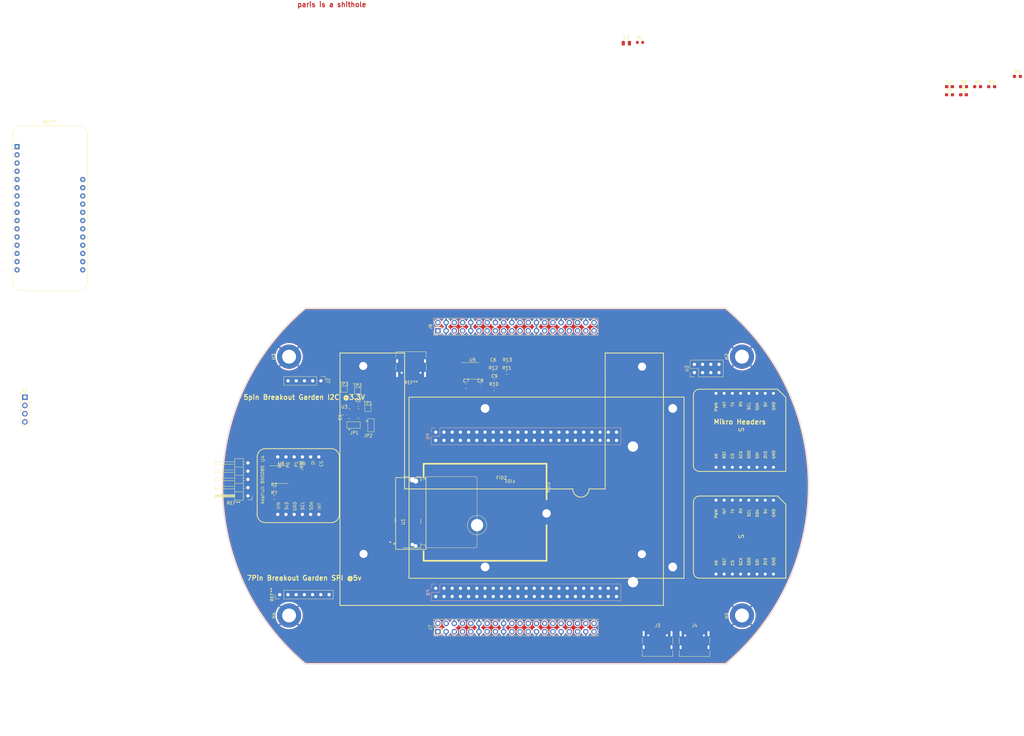
<source format=kicad_pcb>
(kicad_pcb (version 20211014) (generator pcbnew)
  (layers (0 "F.Cu" signal) (31 "B.Cu" signal) (34 "B.Paste" user) (35 "F.Paste" user) (36 "B.SilkS" user "B.Silkscreen") (37 "F.SilkS" user "F.Silkscreen") (38 "B.Mask" user) (39 "F.Mask" user) (44 "Edge.Cuts" user))
  (net 0 "")
  (net 1 "GND")
  (net 2 "SCL")
  (net 3 "SDA")
  (net 4 "+3V3")
  (net 9 "/yellow_2")
  (net 10 "/Green_2")
  (net 12 "/Ultra_sound_Sig")
  (net 13 "/Ultra_sound_Trig")
  (net 17 "/yellow_1")
  (net 19 "/Green_1")
  (net 20 "STBY_1")
  (net 21 "/MMC1.DAT[6]")
  (net 22 "/MMC1.DAT[7]")
  (net 23 "BIN1_1")
  (net 24 "PWMA_1")
  (net 25 "BIN2_1")
  (net 26 "AIN2_1")
  (net 27 "AIN1_1")
  (net 28 "PWMB_1")
  (net 30 "PWMB_2")
  (net 31 "BIN2_2")
  (net 32 "BIN1_2")
  (net 33 "STBY_2")
  (net 34 "AIN1_2")
  (net 35 "AIN2_2")
  (net 36 "PWMA_2")
  (net 37 "+5V")
  (net 44 "/yellow_4")
  (net 46 "/Green_4")
  (net 48 "/MMC1.DAT[2]")
  (net 49 "/MMC1.DAT[3]")
  (net 51 "/yellow_3")
  (net 53 "/Green_3")
  (net 54 "/GPIO[66]")
  (net 56 "/GPIO[67]")
  (net 57 "/GPIO[69]")
  (net 59 "/GPIO[68]")
  (net 65 "/GPIO[45]")
  (net 67 "/GPIO[44]")
  (net 69 "/GPIO[23]")
  (net 83 "/GPIO[26]")
  (net 84 "/GPIO[47]")
  (net 85 "/GPIO[46]")
  (net 86 "/GPIO[27]")
  (net 87 "/GPIO[65]")
  (net 88 "/GPIO[22]")
  (net 89 "/MMC1.CMD")
  (net 90 "/MMC1.CLK")
  (net 91 "/MMC1.DAT[5]")
  (net 92 "/MMC1.DAT[4]")
  (net 93 "/MMC1.DAT[1]")
  (net 94 "/MMC1.DAT[0]")
  (net 95 "/LCD.PCLK")
  (net 96 "/LCD.VSYNC")
  (net 97 "/GPIO[61]")
  (net 98 "/LCD.HSYNC")
  (net 99 "/LCD.AC_BIAS_E")
  (net 100 "/LCD.DATA[14]")
  (net 101 "/LCD.DATA[15]")
  (net 102 "/LCD.DATA[13]")
  (net 103 "/LCD.DATA[11]")
  (net 105 "/LCD.DATA[8]")
  (net 107 "/LCD.DATA[10]")
  (net 109 "/LCD.DATA[6]")
  (net 111 "/LCD.DATA[9]")
  (net 113 "/LCD.DATA[4]")
  (net 115 "/LCD.DATA[7]")
  (net 117 "/LCD.DATA[2]")
  (net 118 "/LCD.DATA[5]")
  (net 119 "INT")
  (net 122 "Net-(TP1-Pad1)")
  (net 123 "Net-(TP2-Pad1)")
  (net 124 "Net-(TP3-Pad1)")
  (net 133 "/INT_1")
  (net 134 "/INT_2")
  (net 135 "Net-(JP1-Pad2)")
  (net 136 "/LCD.DATA[0]")
  (net 137 "Net-(C5-Pad1)")
  (net 138 "VBUS")
  (net 139 "/cc1")
  (net 140 "D+")
  (net 141 "D-")
  (net 143 "/cc2")
  (net 145 "D2+")
  (net 146 "D2-")
  (net 150 "Net-(JP2-Pad2)")
  (net 151 "Net-(R2-Pad2)")
  (net 152 "Net-(R7-Pad2)")
  (net 153 "Net-(R8-Pad1)")
  (net 161 "/LCD.DATA[3]")
  (net 162 "/LCD.DATA[1]")
  (net 163 "/PWR_BUT")
  (net 164 "/~{SYS_RESET}")
  (net 165 "/GPIO[30]")
  (net 166 "/GPIO[60]")
  (net 167 "/GPIO[31]")
  (net 168 "/GPIO[40]")
  (net 169 "/GPIO[48]")
  (net 170 "/GPIO[51]")
  (net 171 "/GPIO[4]")
  (net 172 "/GPIO[5]")
  (net 173 "/I2C2.SCL")
  (net 174 "/I2C2.SDA")
  (net 175 "/GPIO[3]")
  (net 176 "/GPIO[2]")
  (net 177 "/GPIO[49]")
  (net 178 "/GPIO[15]")
  (net 179 "/GPIO[117]")
  (net 180 "/GPIO[14]")
  (net 181 "/GPIO[125]")
  (net 182 "/SPI1.CS0")
  (net 183 "/SPI1.D0")
  (net 184 "/GPIO[122]")
  (net 185 "/SPI1.SCLK")
  (net 186 "+1V8")
  (net 187 "/AIN4")
  (net 188 "/AIN6")
  (net 189 "/AIN5")
  (net 190 "/AIN2")
  (net 191 "/AIN3")
  (net 192 "/AIN0")
  (net 193 "/AIN1")
  (net 194 "/GPIO[20]")
  (net 195 "/GPIO[7]")
  (net 196 "/CAN_H")
  (net 197 "/CAN_L")
  (net 198 "/CAN_RX")
  (net 199 "/CAN_TX")
  (net 200 "/CAN_STB")
  (footprint "Z_mycustom_footprint_lib:SparkFun-micromod-footprint" (layer "F.Cu") (at 95.4105 101.575 90)
    (fp_text reference "U1")
    (fp_text value "SparkFun-micromod")
  )
  (footprint "Connector_PinHeader_2.54mm:PinHeader_1x05_P2.54mm_Vertical" (layer "F.Cu") (at 68.635 60.96 -90)
    (fp_text reference "J2")
    (fp_text value "Conn_01x05")
  )
  (footprint "Connector_PinHeader_2.54mm:PinHeader_2x20_P2.54mm_Vertical" (layer "F.Cu") (at 104.8 45.5 90)
    (fp_text reference "J6")
    (fp_text value "left")
  )
  (footprint "digikey-footprints:VFLGA-16_3x3mm" (layer "F.Cu") (at 78.74 71.12)
    (fp_text reference "U3")
    (fp_text value "LIS3DHTR")
  )
  (footprint "Capacitor_SMD:C_0603_1608Metric_Pad1.08x0.95mm_HandSolder" (layer "F.Cu") (at 262.94 -29.97)
    (fp_text reference "C4")
    (fp_text value "100n")
  )
  (footprint "Connector_PinHeader_2.54mm:PinHeader_2x04_P2.54mm_Vertical" (layer "F.Cu") (at 184.079818 58.42 90)
    (fp_text reference "U2")
    (fp_text value "ESP-01-WIFI")
  )
  (footprint "Z_mycustom_footprint_lib:AI-64" (layer "F.Cu") (at 127 91.44 180)
    (fp_text reference "FID1")
    (fp_text value "Fiducial")
  )
  (footprint "Connector_PinHeader_2.54mm:PinHeader_1x04_P2.54mm_Vertical" (layer "F.Cu") (at -22.86 66.04)
    (fp_text reference "J1")
    (fp_text value " Ultrasonic Ranging")
  )
  (footprint "Resistor_SMD:R_0603_1608Metric_Pad0.98x0.95mm_HandSolder" (layer "F.Cu") (at 54.18 97.03)
    (fp_text reference "R7")
    (fp_text value "1k")
  )
  (footprint "Connector_PinHeader_2.54mm:PinHeader_2x20_P2.54mm_Vertical" (layer "F.Cu") (at 104.8 138.5 90)
    (fp_text reference "J7")
    (fp_text value "right")
  )
  (footprint "Capacitor_SMD:C_0603_1608Metric" (layer "F.Cu") (at 76.04 71.52 -90)
    (fp_text reference "C1")
    (fp_text value "100n")
  )
  (footprint "Jumper:SolderJumper-3_P1.3mm_Bridged12_Pad1.0x1.5mm" (layer "F.Cu") (at 78.74 74.62)
    (fp_text reference "JP1")
    (fp_text value "set")
  )
  (footprint "Connector_USB:USB_C_Receptacle_HRO_TYPE-C-31-M-12" (layer "F.Cu") (at 96.52 55.88 180)
    (fp_text reference "REF**")
    (fp_text value "USB_C_Receptacle_HRO_TYPE-C-31-M-12")
  )
  (footprint "Capacitor_SMD:C_0603_1608Metric_Pad1.08x0.95mm_HandSolder" (layer "F.Cu") (at 122.27 60.93)
    (fp_text reference "C9")
    (fp_text value "100n")
  )
  (footprint "MountingHole:MountingHole_4.3mm_M4_DIN965_Pad_TopBottom" (layer "F.Cu") (at 58.8 53.5 90)
    (fp_text reference "H3")
    (fp_text value "Hole")
  )
  (footprint "clipboard:59991624-16fe-4338-965a-cadb35774389" (layer "F.Cu") (at 119.393 86.6 90)
    (fp_text reference "")
    (fp_text value "")
  )
  (footprint "Capacitor_SMD:C_0805_2012Metric" (layer "F.Cu") (at 163.05 -43.4)
    (fp_text reference "C3")
    (fp_text value "22u")
  )
  (footprint "Resistor_SMD:R_0603_1608Metric" (layer "F.Cu") (at 122.1 63.44)
    (fp_text reference "R10")
    (fp_text value "10k")
  )
  (footprint "clipboard:0e790692-d2c4-4edd-a5fc-d9b2ca1ca32a" (layer "F.Cu") (at 212.346 96.5815 90)
    (fp_text reference "")
    (fp_text value "")
  )
  (footprint "Z_mycustom_footprint_lib:Jetson-NANO-mechanical" (layer "F.Cu") (at 124.46 91.44)
    (fp_text reference "FID2")
    (fp_text value "Fiducial")
  )
  (footprint "Jumper:SolderJumper-3_P1.3mm_Bridged12_Pad1.0x1.5mm" (layer "F.Cu") (at 84.1525 74.69 -90)
    (fp_text reference "JP2")
    (fp_text value "set")
  )
  (footprint "MountingHole:MountingHole_4.3mm_M4_DIN965_Pad_TopBottom" (layer "F.Cu") (at 198.8 133.5 90)
    (fp_text reference "H1")
    (fp_text value "Hole")
  )
  (footprint "Z_mycustom_footprint_lib:RPI4B-mechanical" (layer "F.Cu") (at 138.393 93.955 -90)
    (fp_text reference "FID4")
    (fp_text value "Fiducial")
  )
  (footprint "Capacitor_SMD:C_0805_2012Metric" (layer "F.Cu") (at 113.52 62.61)
    (fp_text reference "C7")
    (fp_text value "22u")
  )
  (footprint "Resistor_SMD:R_0603_1608Metric_Pad0.98x0.95mm_HandSolder" (layer "F.Cu") (at 121.92 58.42)
    (fp_text reference "R12")
    (fp_text value "120")
  )
  (footprint "Resistor_SMD:R_0603_1608Metric_Pad0.98x0.95mm_HandSolder" (layer "F.Cu") (at 275.99 -29.97)
    (fp_text reference "R3")
    (fp_text value "5k1")
  )
  (footprint "Resistor_SMD:R_0603_1608Metric" (layer "F.Cu") (at 167.28 -43.65)
    (fp_text reference "R1")
    (fp_text value "10k")
  )
  (footprint "Z_mycustom_footprint_lib:BNO085-breackout" (layer "F.Cu") (at 60.96 93.98)
    (fp_text reference "U4")
    (fp_text value "BNO085-breackout")
  )
  (footprint "Package_SO:TSSOP-16_4.4x5mm_P0.65mm" (layer "F.Cu") (at 56.38 89.97)
    (fp_text reference "U6")
    (fp_text value "PCA9557PW")
  )
  (footprint "MountingHole:MountingHole_4.3mm_M4_DIN965_Pad_TopBottom" (layer "F.Cu") (at 58.8 133.5 90)
    (fp_text reference "H4")
    (fp_text value "Hole")
  )
  (footprint "Capacitor_SMD:C_0603_1608Metric" (layer "F.Cu") (at 80.2 68.34)
    (fp_text reference "C2")
    (fp_text value "100n")
  )
  (footprint "TestPoint:TestPoint_Pad_1.5x1.5mm" (layer "F.Cu") (at 83.16 69.48)
    (fp_text reference "TP1")
    (fp_text value "TestPoint")
  )
  (footprint "clipboard:0e790692-d2c4-4edd-a5fc-d9b2ca1ca32a" (layer "F.Cu") (at 212.346 63.5615 90)
    (fp_text reference "")
    (fp_text value "")
  )
  (footprint "Resistor_SMD:R_0603_1608Metric_Pad0.98x0.95mm_HandSolder" (layer "F.Cu") (at 62.93 87.93)
    (fp_text reference "R5")
    (fp_text value "5k1")
  )
  (footprint "Resistor_SMD:R_0603_1608Metric_Pad0.98x0.95mm_HandSolder" (layer "F.Cu") (at 271.64 -29.97)
    (fp_text reference "R6")
    (fp_text value "5k1")
  )
  (footprint "Resistor_SMD:R_0603_1608Metric_Pad0.98x0.95mm_HandSolder" (layer "F.Cu") (at 54.18 94.52)
    (fp_text reference "R2")
    (fp_text value "2k7")
  )
  (footprint "Capacitor_SMD:C_0603_1608Metric_Pad1.08x0.95mm_HandSolder" (layer "F.Cu") (at 117.92 62.36)
    (fp_text reference "C8")
    (fp_text value "100n")
  )
  (footprint "Connector_USB:USB_C_Receptacle_HRO_TYPE-C-31-M-12" (layer "F.Cu") (at 172.72 142.24)
    (fp_text reference "J3")
    (fp_text value "Output")
  )
  (footprint "TestPoint:TestPoint_Pad_1.5x1.5mm" (layer "F.Cu") (at 75.8 63.55)
    (fp_text reference "TP3")
    (fp_text value "TestPoint")
  )
  (footprint "Capacitor_SMD:C_0603_1608Metric_Pad1.08x0.95mm_HandSolder" (layer "F.Cu") (at 121.92 55.91)
    (fp_text reference "C6")
    (fp_text value "100n")
  )
  (footprint "MountingHole:MountingHole_4.3mm_M4_DIN965_Pad_TopBottom" (layer "F.Cu") (at 198.8 53.5 90)
    (fp_text reference "H2")
    (fp_text value "Hole")
  )
  (footprint "Resistor_SMD:R_0603_1608Metric" (layer "F.Cu") (at 126.1 58.42)
    (fp_text reference "R11")
    (fp_text value "10k")
  )
  (footprint "Resistor_SMD:R_0603_1608Metric_Pad0.98x0.95mm_HandSolder" (layer "F.Cu") (at 262.94 -27.46)
    (fp_text reference "R4")
    (fp_text value "5k1")
  )
  (footprint "TestPoint:TestPoint_Pad_1.5x1.5mm" (layer "F.Cu") (at 79.97 64.01)
    (fp_text reference "TP2")
    (fp_text value "TestPoint")
  )
  (footprint "Capacitor_SMD:C_0603_1608Metric_Pad1.08x0.95mm_HandSolder" (layer "F.Cu") (at 267.29 -27.46)
    (fp_text reference "C5")
    (fp_text value "15p")
  )
  (footprint "Connector_PinHeader_2.54mm:PinHeader_1x05_P2.54mm_Horizontal" (layer "F.Cu") (at 46.08 96.515 180)
    (fp_text reference "REF**")
    (fp_text value "PinHeader_1x05_P2.54mm_Horizontal")
  )
  (footprint "Package_SO:SOIC-8_3.9x4.9mm_P1.27mm" (layer "F.Cu") (at 115.52 57.88)
    (fp_text reference "U5")
    (fp_text value "TJA1042T-3")
  )
  (footprint "Module:Adafruit_Feather" (layer "F.Cu") (at -25.2925 -11.43)
    (fp_text reference "REF**")
    (fp_text value "Adafruit_Feather")
  )
  (footprint "Connector_USB:USB_C_Receptacle_HRO_TYPE-C-31-M-12" (layer "F.Cu") (at 184.13 142.27)
    (fp_text reference "J4")
    (fp_text value "Input")
  )
  (footprint "Resistor_SMD:R_0603_1608Metric_Pad0.98x0.95mm_HandSolder" (layer "F.Cu") (at 126.27 55.91)
    (fp_text reference "R13")
    (fp_text value "120")
  )
  (footprint "Connector_PinHeader_2.54mm:PinHeader_1x07_P2.54mm_Vertical" (layer "F.Cu") (at 55.91 127.06 90)
    (fp_text reference "REF**")
    (fp_text value "PinHeader_1x07_P2.54mm_Vertical")
  )
  (footprint "Resistor_SMD:R_0603_1608Metric_Pad0.98x0.95mm_HandSolder" (layer "F.Cu") (at 267.29 -29.97)
    (fp_text reference "R8")
    (fp_text value "1k")
  )
  (footprint "Resistor_SMD:R_0603_1608Metric_Pad0.98x0.95mm_HandSolder" (layer "F.Cu") (at 283.94 -33.14)
    (fp_text reference "R9")
    (fp_text value "1Meg")
  )
  (footprint "MountingHole:MountingHole_3.2mm_M3_DIN965" (layer "B.Cu") (at 165.1 123.19)
    (fp_text reference "MH3" hide)
    (fp_text value "MountingHole_3.2mm_M3_DIN965" hide)
  )
  (footprint "MountingHole:MountingHole_3.2mm_M3_DIN965" (layer "B.Cu") (at 205.74 7.62)
    (fp_text reference "MH1" hide)
    (fp_text value "MountingHole_3.2mm_M3_DIN965" hide)
  )
  (footprint "Connector_PinHeader_2.54mm:PinHeader_2x23_P2.54mm_Vertical" (layer "B.Cu") (at 104.14 125.095 -90)
    (fp_text reference "P8")
    (fp_text value "BeagleBone_Black_Header" hide)
  )
  (footprint "Connector_PinHeader_2.54mm:PinHeader_2x23_P2.54mm_Vertical" (layer "B.Cu") (at 104.14 76.835 -90)
    (fp_text reference "P9")
    (fp_text value "BeagleBone_Black_Header" hide)
  )
  (footprint "MountingHole:MountingHole_3.2mm_M3_DIN965" (layer "B.Cu") (at 220.98 10.16)
    (fp_text reference "MH2" hide)
    (fp_text value "MountingHole_3.2mm_M3_DIN965" hide)
  )
  (footprint "MountingHole:MountingHole_3.2mm_M3_DIN965" (layer "B.Cu") (at 165.1 81.28)
    (fp_text reference "MH4" hide)
    (fp_text value "MountingHole_3.2mm_M3_DIN965" hide)
  )
  (gr_arc (start 63.8 148.5) (mid 38.153079 93.5) (end 63.8 38.5) (layer "Edge.Cuts") (width 0.2))
  (gr_line (start 193.8 148.5) (end 63.8 148.5) (layer "Edge.Cuts") (width 0.2))
  (gr_line (start 63.8 38.5) (end 193.8 38.5) (layer "Edge.Cuts") (width 0.2))
  (gr_arc (start 193.8 38.5) (mid 219.446921 93.5) (end 193.8 148.5) (layer "Edge.Cuts") (width 0.2))
  (gr_text "paris is a shithole" (at 72.01 -55.35) (layer "F.Cu") (effects (font (size 1.5 1.5) (thickness 0.3))))
  (gr_text "UEXT connector" (at 180.34 45.72) (layer "F.Cu") (effects (font (size 1.5 1.5) (thickness 0.3))))
  (gr_text "7Pin Breakout Garden SPI @5v" (at 63.5 121.92) (layer "F.SilkS") (effects (font (size 1.5 1.5) (thickness 0.3))))
  (gr_text "Mikro Headers" (at 198.12 73.66) (layer "F.SilkS") (effects (font (size 1.5 1.5) (thickness 0.3))))
  (gr_text "5pin Breakout Garden I2C @3.3V" (at 63.5 66.04) (layer "F.SilkS") (effects (font (size 1.5 1.5) (thickness 0.3))))
  (dimension (type aligned) (layer "F.Cu") (pts (xy 74.5215 52.377) (xy 186.62 52.98)) (height 0.03378) (gr_text "112.1001 mm" (at 130.58025 50.912306 359.6917976) (layer "F.Cu") (effects (font (size 1.5 1.5) (thickness 0.3)))) (format (units 3) (units_format 1) (precision 4)) (style (thickness 0.2) (arrow_length 1.27) (text_position_mode 0) (extension_height 0.58642) (extension_offset 0.5) keep_text_aligned))
  (zone (net 1) (net_name "GND") (layer "F.Cu") (name "GND_TOP") (connect_pads (clearance 0.3)) (min_thickness 0.2) (fill yes (thermal_gap 0.5) (thermal_bridge_width 0.5))
    (polygon (pts (xy 226.98554 169.405505) (xy 25.5 170.8) (xy 25.8 26) (xy 227.385599 25.505601)))
  )
  (zone (net 1) (net_name "GND") (layer "B.Cu") (name "GND_BOTTOM") (connect_pads (clearance 0.4)) (min_thickness 0.2) (fill yes (thermal_gap 0.5) (thermal_bridge_width 0.5))
    (polygon (pts (xy 224.8 166.7) (xy 27.4 166.7) (xy 27.4 28.1) (xy 224.8 28.1)))
  )
)
</source>
